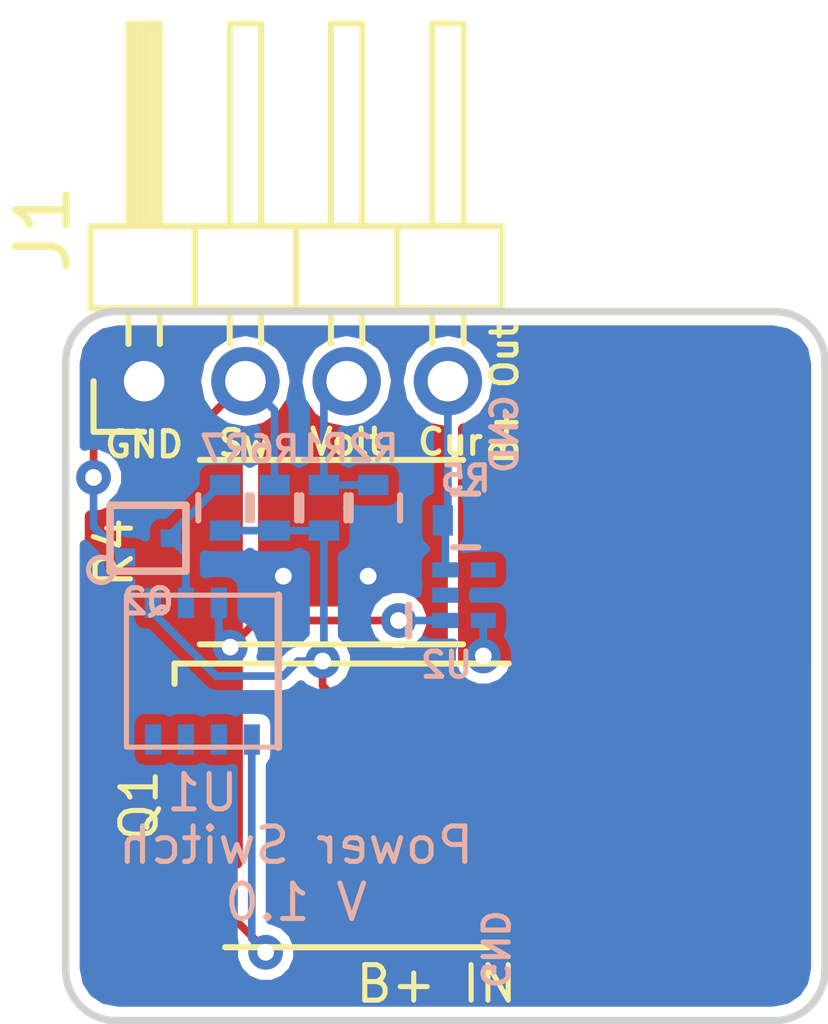
<source format=kicad_pcb>
(kicad_pcb (version 4) (host pcbnew 4.0.6)

  (general
    (links 34)
    (no_connects 0)
    (area 142.424999 92.924999 157.575001 107.075001)
    (thickness 1.6002)
    (drawings 17)
    (tracks 77)
    (zones 0)
    (modules 13)
    (nets 10)
  )

  (page USLetter)
  (title_block
    (title "Power Switch")
    (date 2017-04-29)
    (rev 1.0)
  )

  (layers
    (0 F.Cu signal)
    (31 B.Cu signal)
    (34 B.Paste user)
    (35 F.Paste user)
    (36 B.SilkS user)
    (37 F.SilkS user)
    (38 B.Mask user)
    (39 F.Mask user)
    (40 Dwgs.User user)
    (41 Cmts.User user)
    (42 Eco1.User user)
    (43 Eco2.User user)
    (44 Edge.Cuts user)
    (45 Margin user)
    (46 B.CrtYd user)
    (47 F.CrtYd user)
  )

  (setup
    (last_trace_width 0.1524)
    (user_trace_width 0.3048)
    (user_trace_width 0.71)
    (trace_clearance 0.1524)
    (zone_clearance 0.2)
    (zone_45_only no)
    (trace_min 0.1524)
    (segment_width 0.2)
    (edge_width 0.15)
    (via_size 0.6858)
    (via_drill 0.3302)
    (via_min_size 0.6858)
    (via_min_drill 0.3302)
    (user_via 1.27 0.508)
    (uvia_size 0.762)
    (uvia_drill 0.508)
    (uvias_allowed no)
    (uvia_min_size 0)
    (uvia_min_drill 0)
    (pcb_text_width 0.3)
    (pcb_text_size 1.5 1.5)
    (mod_edge_width 0.15)
    (mod_text_size 1 1)
    (mod_text_width 0.15)
    (pad_size 1.524 1.524)
    (pad_drill 0.762)
    (pad_to_mask_clearance 0.2)
    (aux_axis_origin 0 0)
    (visible_elements 7FFEEFF9)
    (pcbplotparams
      (layerselection 0x00030_80000001)
      (usegerberextensions false)
      (excludeedgelayer true)
      (linewidth 0.100000)
      (plotframeref false)
      (viasonmask false)
      (mode 1)
      (useauxorigin false)
      (hpglpennumber 1)
      (hpglpenspeed 20)
      (hpglpendiameter 15)
      (hpglpenoverlay 2)
      (psnegative false)
      (psa4output false)
      (plotreference true)
      (plotvalue true)
      (plotinvisibletext false)
      (padsonsilk false)
      (subtractmaskfromsilk false)
      (outputformat 1)
      (mirror false)
      (drillshape 1)
      (scaleselection 1)
      (outputdirectory ""))
  )

  (net 0 "")
  (net 1 GND)
  (net 2 SWITCH)
  (net 3 VSENSE)
  (net 4 CSENSE)
  (net 5 "Net-(Q1-Pad1)")
  (net 6 "Net-(Q1-Pad4)")
  (net 7 +BATT)
  (net 8 "Net-(R4-Pad2)")
  (net 9 "Net-(Q2-Pad3)")

  (net_class Default "This is the default net class."
    (clearance 0.1524)
    (trace_width 0.1524)
    (via_dia 0.6858)
    (via_drill 0.3302)
    (uvia_dia 0.762)
    (uvia_drill 0.508)
    (add_net +BATT)
    (add_net CSENSE)
    (add_net GND)
    (add_net "Net-(Q1-Pad1)")
    (add_net "Net-(Q1-Pad4)")
    (add_net "Net-(Q2-Pad3)")
    (add_net "Net-(R4-Pad2)")
    (add_net SWITCH)
    (add_net VSENSE)
  )

  (module Pin_Headers:Pin_Header_Angled_1x04_Pitch2.00mm (layer F.Cu) (tedit 58CD4EC9) (tstamp 590617B2)
    (at 144.05 94.375 90)
    (descr "Through hole angled pin header, 1x04, 2.00mm pitch, 4mm pin length, single row")
    (tags "Through hole angled pin header THT 1x04 2.00mm single row")
    (path /590564D6)
    (fp_text reference J1 (at 3 -2 90) (layer F.SilkS)
      (effects (font (size 1 1) (thickness 0.15)))
    )
    (fp_text value CONN_01X04_MALE (at 3 8 90) (layer F.Fab)
      (effects (font (size 1 1) (thickness 0.15)))
    )
    (fp_line (start 1.5 -1) (end 1.5 1) (layer F.Fab) (width 0.1))
    (fp_line (start 1.5 1) (end 3 1) (layer F.Fab) (width 0.1))
    (fp_line (start 3 1) (end 3 -1) (layer F.Fab) (width 0.1))
    (fp_line (start 3 -1) (end 1.5 -1) (layer F.Fab) (width 0.1))
    (fp_line (start 0 -0.25) (end 0 0.25) (layer F.Fab) (width 0.1))
    (fp_line (start 0 0.25) (end 7 0.25) (layer F.Fab) (width 0.1))
    (fp_line (start 7 0.25) (end 7 -0.25) (layer F.Fab) (width 0.1))
    (fp_line (start 7 -0.25) (end 0 -0.25) (layer F.Fab) (width 0.1))
    (fp_line (start 1.5 1) (end 1.5 3) (layer F.Fab) (width 0.1))
    (fp_line (start 1.5 3) (end 3 3) (layer F.Fab) (width 0.1))
    (fp_line (start 3 3) (end 3 1) (layer F.Fab) (width 0.1))
    (fp_line (start 3 1) (end 1.5 1) (layer F.Fab) (width 0.1))
    (fp_line (start 0 1.75) (end 0 2.25) (layer F.Fab) (width 0.1))
    (fp_line (start 0 2.25) (end 7 2.25) (layer F.Fab) (width 0.1))
    (fp_line (start 7 2.25) (end 7 1.75) (layer F.Fab) (width 0.1))
    (fp_line (start 7 1.75) (end 0 1.75) (layer F.Fab) (width 0.1))
    (fp_line (start 1.5 3) (end 1.5 5) (layer F.Fab) (width 0.1))
    (fp_line (start 1.5 5) (end 3 5) (layer F.Fab) (width 0.1))
    (fp_line (start 3 5) (end 3 3) (layer F.Fab) (width 0.1))
    (fp_line (start 3 3) (end 1.5 3) (layer F.Fab) (width 0.1))
    (fp_line (start 0 3.75) (end 0 4.25) (layer F.Fab) (width 0.1))
    (fp_line (start 0 4.25) (end 7 4.25) (layer F.Fab) (width 0.1))
    (fp_line (start 7 4.25) (end 7 3.75) (layer F.Fab) (width 0.1))
    (fp_line (start 7 3.75) (end 0 3.75) (layer F.Fab) (width 0.1))
    (fp_line (start 1.5 5) (end 1.5 7) (layer F.Fab) (width 0.1))
    (fp_line (start 1.5 7) (end 3 7) (layer F.Fab) (width 0.1))
    (fp_line (start 3 7) (end 3 5) (layer F.Fab) (width 0.1))
    (fp_line (start 3 5) (end 1.5 5) (layer F.Fab) (width 0.1))
    (fp_line (start 0 5.75) (end 0 6.25) (layer F.Fab) (width 0.1))
    (fp_line (start 0 6.25) (end 7 6.25) (layer F.Fab) (width 0.1))
    (fp_line (start 7 6.25) (end 7 5.75) (layer F.Fab) (width 0.1))
    (fp_line (start 7 5.75) (end 0 5.75) (layer F.Fab) (width 0.1))
    (fp_line (start 1.44 -1.06) (end 1.44 1) (layer F.SilkS) (width 0.12))
    (fp_line (start 1.44 1) (end 3.06 1) (layer F.SilkS) (width 0.12))
    (fp_line (start 3.06 1) (end 3.06 -1.06) (layer F.SilkS) (width 0.12))
    (fp_line (start 3.06 -1.06) (end 1.44 -1.06) (layer F.SilkS) (width 0.12))
    (fp_line (start 3.06 -0.31) (end 3.06 0.31) (layer F.SilkS) (width 0.12))
    (fp_line (start 3.06 0.31) (end 7.06 0.31) (layer F.SilkS) (width 0.12))
    (fp_line (start 7.06 0.31) (end 7.06 -0.31) (layer F.SilkS) (width 0.12))
    (fp_line (start 7.06 -0.31) (end 3.06 -0.31) (layer F.SilkS) (width 0.12))
    (fp_line (start 0.735 -0.31) (end 1.44 -0.31) (layer F.SilkS) (width 0.12))
    (fp_line (start 0.735 0.31) (end 1.44 0.31) (layer F.SilkS) (width 0.12))
    (fp_line (start 3.06 -0.19) (end 7.06 -0.19) (layer F.SilkS) (width 0.12))
    (fp_line (start 3.06 -0.07) (end 7.06 -0.07) (layer F.SilkS) (width 0.12))
    (fp_line (start 3.06 0.05) (end 7.06 0.05) (layer F.SilkS) (width 0.12))
    (fp_line (start 3.06 0.17) (end 7.06 0.17) (layer F.SilkS) (width 0.12))
    (fp_line (start 3.06 0.29) (end 7.06 0.29) (layer F.SilkS) (width 0.12))
    (fp_line (start 1.44 1) (end 1.44 3) (layer F.SilkS) (width 0.12))
    (fp_line (start 1.44 3) (end 3.06 3) (layer F.SilkS) (width 0.12))
    (fp_line (start 3.06 3) (end 3.06 1) (layer F.SilkS) (width 0.12))
    (fp_line (start 3.06 1) (end 1.44 1) (layer F.SilkS) (width 0.12))
    (fp_line (start 3.06 1.69) (end 3.06 2.31) (layer F.SilkS) (width 0.12))
    (fp_line (start 3.06 2.31) (end 7.06 2.31) (layer F.SilkS) (width 0.12))
    (fp_line (start 7.06 2.31) (end 7.06 1.69) (layer F.SilkS) (width 0.12))
    (fp_line (start 7.06 1.69) (end 3.06 1.69) (layer F.SilkS) (width 0.12))
    (fp_line (start 0.735 1.69) (end 1.44 1.69) (layer F.SilkS) (width 0.12))
    (fp_line (start 0.735 2.31) (end 1.44 2.31) (layer F.SilkS) (width 0.12))
    (fp_line (start 1.44 3) (end 1.44 5) (layer F.SilkS) (width 0.12))
    (fp_line (start 1.44 5) (end 3.06 5) (layer F.SilkS) (width 0.12))
    (fp_line (start 3.06 5) (end 3.06 3) (layer F.SilkS) (width 0.12))
    (fp_line (start 3.06 3) (end 1.44 3) (layer F.SilkS) (width 0.12))
    (fp_line (start 3.06 3.69) (end 3.06 4.31) (layer F.SilkS) (width 0.12))
    (fp_line (start 3.06 4.31) (end 7.06 4.31) (layer F.SilkS) (width 0.12))
    (fp_line (start 7.06 4.31) (end 7.06 3.69) (layer F.SilkS) (width 0.12))
    (fp_line (start 7.06 3.69) (end 3.06 3.69) (layer F.SilkS) (width 0.12))
    (fp_line (start 0.735 3.69) (end 1.44 3.69) (layer F.SilkS) (width 0.12))
    (fp_line (start 0.735 4.31) (end 1.44 4.31) (layer F.SilkS) (width 0.12))
    (fp_line (start 1.44 5) (end 1.44 7.06) (layer F.SilkS) (width 0.12))
    (fp_line (start 1.44 7.06) (end 3.06 7.06) (layer F.SilkS) (width 0.12))
    (fp_line (start 3.06 7.06) (end 3.06 5) (layer F.SilkS) (width 0.12))
    (fp_line (start 3.06 5) (end 1.44 5) (layer F.SilkS) (width 0.12))
    (fp_line (start 3.06 5.69) (end 3.06 6.31) (layer F.SilkS) (width 0.12))
    (fp_line (start 3.06 6.31) (end 7.06 6.31) (layer F.SilkS) (width 0.12))
    (fp_line (start 7.06 6.31) (end 7.06 5.69) (layer F.SilkS) (width 0.12))
    (fp_line (start 7.06 5.69) (end 3.06 5.69) (layer F.SilkS) (width 0.12))
    (fp_line (start 0.735 5.69) (end 1.44 5.69) (layer F.SilkS) (width 0.12))
    (fp_line (start 0.735 6.31) (end 1.44 6.31) (layer F.SilkS) (width 0.12))
    (fp_line (start -1 0) (end -1 -1) (layer F.SilkS) (width 0.12))
    (fp_line (start -1 -1) (end 0 -1) (layer F.SilkS) (width 0.12))
    (fp_line (start -1.5 -1.5) (end -1.5 7.5) (layer F.CrtYd) (width 0.05))
    (fp_line (start -1.5 7.5) (end 7.5 7.5) (layer F.CrtYd) (width 0.05))
    (fp_line (start 7.5 7.5) (end 7.5 -1.5) (layer F.CrtYd) (width 0.05))
    (fp_line (start 7.5 -1.5) (end -1.5 -1.5) (layer F.CrtYd) (width 0.05))
    (fp_text user %R (at 3 -2 90) (layer F.Fab)
      (effects (font (size 1 1) (thickness 0.15)))
    )
    (pad 1 thru_hole rect (at 0 0 90) (size 1.35 1.35) (drill 0.8) (layers *.Cu *.Mask)
      (net 1 GND))
    (pad 2 thru_hole oval (at 0 2 90) (size 1.35 1.35) (drill 0.8) (layers *.Cu *.Mask)
      (net 2 SWITCH))
    (pad 3 thru_hole oval (at 0 4 90) (size 1.35 1.35) (drill 0.8) (layers *.Cu *.Mask)
      (net 3 VSENSE))
    (pad 4 thru_hole oval (at 0 6 90) (size 1.35 1.35) (drill 0.8) (layers *.Cu *.Mask)
      (net 4 CSENSE))
    (model ${KISYS3DMOD}/Pin_Headers.3dshapes/Pin_Header_Angled_1x04_Pitch2.00mm.wrl
      (at (xyz 0 -0.11811 0))
      (scale (xyz 1 1 1))
      (rotate (xyz 0 0 90))
    )
  )

  (module local:MIC5060 (layer B.Cu) (tedit 590621EB) (tstamp 59056024)
    (at 145.2 100.1)
    (path /59055252)
    (fp_text reference U1 (at 0 2.4 180) (layer B.SilkS)
      (effects (font (size 0.7 0.7) (thickness 0.1)) (justify mirror))
    )
    (fp_text value MIC5060 (at 2.5 0 270) (layer B.Fab)
      (effects (font (size 0.7 0.7) (thickness 0.1)) (justify mirror))
    )
    (fp_circle (center -2 -2) (end -1.75 -2) (layer B.SilkS) (width 0.1))
    (fp_line (start -1.75 -1.75) (end -1.75 1.75) (layer B.CrtYd) (width 0.1))
    (fp_line (start 1.75 -1.75) (end -1.75 -1.75) (layer B.CrtYd) (width 0.1))
    (fp_line (start 1.75 1.75) (end 1.75 -1.75) (layer B.CrtYd) (width 0.1))
    (fp_line (start -1.75 1.75) (end 1.75 1.75) (layer B.CrtYd) (width 0.1))
    (fp_line (start -1.5 1.5) (end -1.5 -1.5) (layer B.SilkS) (width 0.1))
    (fp_line (start -1.5 -1.5) (end 1.5 -1.5) (layer B.SilkS) (width 0.1))
    (fp_line (start 1.5 -1.5) (end 1.5 1.5) (layer B.SilkS) (width 0.15))
    (fp_line (start 1.5 1.5) (end -1.5 1.5) (layer B.SilkS) (width 0.1))
    (pad 8 smd rect (at -0.975 1.35) (size 0.32 0.6) (layers B.Cu B.Paste B.Mask))
    (pad 1 smd rect (at -0.975 -1.35) (size 0.32 0.6) (layers B.Cu B.Paste B.Mask)
      (net 7 +BATT))
    (pad 7 smd rect (at -0.325 1.35) (size 0.32 0.6) (layers B.Cu B.Paste B.Mask))
    (pad 2 smd rect (at -0.325 -1.35) (size 0.32 0.6) (layers B.Cu B.Paste B.Mask)
      (net 9 "Net-(Q2-Pad3)"))
    (pad 6 smd rect (at 0.325 1.35) (size 0.32 0.6) (layers B.Cu B.Paste B.Mask))
    (pad 3 smd rect (at 0.325 -1.35) (size 0.32 0.6) (layers B.Cu B.Paste B.Mask)
      (net 5 "Net-(Q1-Pad1)"))
    (pad 5 smd rect (at 0.975 1.35) (size 0.32 0.6) (layers B.Cu B.Paste B.Mask)
      (net 6 "Net-(Q1-Pad4)"))
    (pad 4 smd rect (at 0.975 -1.35) (size 0.32 0.6) (layers B.Cu B.Paste B.Mask)
      (net 1 GND))
  )

  (module Resistors_SMD:R_2512 (layer F.Cu) (tedit 59069866) (tstamp 59055FFF)
    (at 147.75 97.75)
    (descr "Resistor SMD 2512, reflow soldering, Vishay (see dcrcw.pdf)")
    (tags "resistor 2512")
    (path /59055480)
    (attr smd)
    (fp_text reference R4 (at -4.29 0.01 90) (layer F.SilkS)
      (effects (font (size 0.7 0.7) (thickness 0.1)))
    )
    (fp_text value 1m (at 0 2.75) (layer F.Fab)
      (effects (font (size 1 1) (thickness 0.15)))
    )
    (fp_text user %R (at 0 0) (layer F.Fab)
      (effects (font (size 1 1) (thickness 0.15)))
    )
    (fp_line (start -3.15 1.6) (end -3.15 -1.6) (layer F.Fab) (width 0.1))
    (fp_line (start 3.15 1.6) (end -3.15 1.6) (layer F.Fab) (width 0.1))
    (fp_line (start 3.15 -1.6) (end 3.15 1.6) (layer F.Fab) (width 0.1))
    (fp_line (start -3.15 -1.6) (end 3.15 -1.6) (layer F.Fab) (width 0.1))
    (fp_line (start 2.6 1.82) (end -2.6 1.82) (layer F.SilkS) (width 0.12))
    (fp_line (start -2.6 -1.82) (end 2.6 -1.82) (layer F.SilkS) (width 0.12))
    (fp_line (start -3.85 -1.85) (end 3.85 -1.85) (layer F.CrtYd) (width 0.05))
    (fp_line (start -3.85 -1.85) (end -3.85 1.85) (layer F.CrtYd) (width 0.05))
    (fp_line (start 3.85 1.85) (end 3.85 -1.85) (layer F.CrtYd) (width 0.05))
    (fp_line (start 3.85 1.85) (end -3.85 1.85) (layer F.CrtYd) (width 0.05))
    (pad 1 smd rect (at -3.1 0) (size 1 3.2) (layers F.Cu F.Paste F.Mask)
      (net 5 "Net-(Q1-Pad1)"))
    (pad 2 smd rect (at 3.1 0) (size 1 3.2) (layers F.Cu F.Paste F.Mask)
      (net 8 "Net-(R4-Pad2)"))
    (model ${KISYS3DMOD}/Resistors_SMD.3dshapes/R_2512.wrl
      (at (xyz 0 0 0))
      (scale (xyz 1 1 1))
      (rotate (xyz 0 0 0))
    )
  )

  (module TO_SOT_Packages_SMD:TDSON-8-1 (layer F.Cu) (tedit 5906201E) (tstamp 59055FE7)
    (at 148.25 102.75)
    (descr "Power MOSFET package, TDSON-8-1, SuperS08, SON-8_5x6mm")
    (tags "tdson ")
    (path /5905491A)
    (attr smd)
    (fp_text reference Q1 (at -4.3 0 90) (layer F.SilkS)
      (effects (font (size 0.7 0.7) (thickness 0.1)))
    )
    (fp_text value CSD16570Q5B (at 0 -4) (layer F.Fab)
      (effects (font (size 1 1) (thickness 0.15)))
    )
    (fp_text user %R (at 0 -1) (layer F.Fab)
      (effects (font (size 1 1) (thickness 0.15)))
    )
    (fp_line (start -3.6 -2.8) (end -3.6 -2.4) (layer F.SilkS) (width 0.12))
    (fp_line (start -2 -2.6) (end 3 -2.6) (layer F.Fab) (width 0.1))
    (fp_line (start -3 2.6) (end -3 -1.6) (layer F.Fab) (width 0.1))
    (fp_line (start 3 2.6) (end -3 2.6) (layer F.Fab) (width 0.1))
    (fp_line (start 3 -2.6) (end 3 2.6) (layer F.Fab) (width 0.1))
    (fp_line (start -3.75 3) (end 3.75 3) (layer F.CrtYd) (width 0.05))
    (fp_line (start -3.75 -3) (end -3.75 3) (layer F.CrtYd) (width 0.05))
    (fp_line (start 3.75 -3) (end -3.75 -3) (layer F.CrtYd) (width 0.05))
    (fp_line (start 3.75 3) (end 3.75 -3) (layer F.CrtYd) (width 0.05))
    (fp_line (start 3 -2.8) (end -3.6 -2.8) (layer F.SilkS) (width 0.12))
    (fp_line (start 2.6 2.8) (end -2.6 2.8) (layer F.SilkS) (width 0.12))
    (fp_line (start -2 -2.6) (end -3 -1.6) (layer F.Fab) (width 0.1))
    (pad 1 smd rect (at -2.75 -1.91 270) (size 0.7 0.8) (layers F.Cu F.Paste F.Mask)
      (net 5 "Net-(Q1-Pad1)"))
    (pad 2 smd rect (at -2.75 -0.64 270) (size 0.7 0.8) (layers F.Cu F.Paste F.Mask)
      (net 5 "Net-(Q1-Pad1)"))
    (pad 3 smd rect (at -2.75 0.64 270) (size 0.7 0.8) (layers F.Cu F.Paste F.Mask)
      (net 5 "Net-(Q1-Pad1)"))
    (pad 4 smd rect (at -2.75 1.91 270) (size 0.7 0.8) (layers F.Cu F.Paste F.Mask)
      (net 6 "Net-(Q1-Pad4)"))
    (pad 5 smd rect (at 2.75 1.91 270) (size 0.7 0.8) (layers F.Cu F.Paste F.Mask)
      (net 7 +BATT))
    (pad 5 smd rect (at 2.75 0.64 270) (size 0.7 0.8) (layers F.Cu F.Paste F.Mask)
      (net 7 +BATT))
    (pad 5 smd rect (at 2.75 -0.64 270) (size 0.7 0.8) (layers F.Cu F.Paste F.Mask)
      (net 7 +BATT))
    (pad 5 smd rect (at 2.75 -1.91 270) (size 0.7 0.8) (layers F.Cu F.Paste F.Mask)
      (net 7 +BATT))
    (pad 5 smd rect (at 0.5 0 270) (size 4.5 4.29) (layers F.Cu F.Paste F.Mask)
      (net 7 +BATT))
    (pad 5 smd rect (at 1.25 -1.09 270) (size 1.55 1.6) (layers F.Cu F.Paste F.Mask)
      (net 7 +BATT))
    (pad 5 smd rect (at 1.25 1.09 270) (size 1.55 1.6) (layers F.Cu F.Paste F.Mask)
      (net 7 +BATT))
    (pad 5 smd rect (at -0.75 -1.09 270) (size 1.55 1.2) (layers F.Cu F.Paste F.Mask)
      (net 7 +BATT))
    (pad 5 smd rect (at -0.75 1.09 270) (size 1.55 1.2) (layers F.Cu F.Paste F.Mask)
      (net 7 +BATT))
    (model ${KISYS3DMOD}/TO_SOT_Packages_SMD.3dshapes/TDSON-8-1.wrl
      (at (xyz 0 0 0))
      (scale (xyz 1 1 1))
      (rotate (xyz 0 0 0))
    )
  )

  (module Resistors_SMD:R_0402 (layer B.Cu) (tedit 59062247) (tstamp 59055FED)
    (at 147.6 96.875 270)
    (descr "Resistor SMD 0402, reflow soldering, Vishay (see dcrcw.pdf)")
    (tags "resistor 0402")
    (path /590557EE)
    (attr smd)
    (fp_text reference R1 (at -1.175 0.01 360) (layer B.SilkS)
      (effects (font (size 0.5 0.5) (thickness 0.1)) (justify mirror))
    )
    (fp_text value 13k (at 0 -1.45 270) (layer B.Fab)
      (effects (font (size 1 1) (thickness 0.15)) (justify mirror))
    )
    (fp_text user %R (at 0 1.35 270) (layer B.Fab)
      (effects (font (size 1 1) (thickness 0.15)) (justify mirror))
    )
    (fp_line (start -0.5 -0.25) (end -0.5 0.25) (layer B.Fab) (width 0.1))
    (fp_line (start 0.5 -0.25) (end -0.5 -0.25) (layer B.Fab) (width 0.1))
    (fp_line (start 0.5 0.25) (end 0.5 -0.25) (layer B.Fab) (width 0.1))
    (fp_line (start -0.5 0.25) (end 0.5 0.25) (layer B.Fab) (width 0.1))
    (fp_line (start 0.25 0.53) (end -0.25 0.53) (layer B.SilkS) (width 0.12))
    (fp_line (start -0.25 -0.53) (end 0.25 -0.53) (layer B.SilkS) (width 0.12))
    (fp_line (start -0.8 0.45) (end 0.8 0.45) (layer B.CrtYd) (width 0.05))
    (fp_line (start -0.8 0.45) (end -0.8 -0.45) (layer B.CrtYd) (width 0.05))
    (fp_line (start 0.8 -0.45) (end 0.8 0.45) (layer B.CrtYd) (width 0.05))
    (fp_line (start 0.8 -0.45) (end -0.8 -0.45) (layer B.CrtYd) (width 0.05))
    (pad 1 smd rect (at -0.45 0 270) (size 0.4 0.6) (layers B.Cu B.Paste B.Mask)
      (net 3 VSENSE))
    (pad 2 smd rect (at 0.45 0 270) (size 0.4 0.6) (layers B.Cu B.Paste B.Mask)
      (net 7 +BATT))
    (model ${KISYS3DMOD}/Resistors_SMD.3dshapes/R_0402.wrl
      (at (xyz 0 0 0))
      (scale (xyz 1 1 1))
      (rotate (xyz 0 0 0))
    )
  )

  (module Resistors_SMD:R_0402 (layer B.Cu) (tedit 59062212) (tstamp 59055FF3)
    (at 148.575 96.875 90)
    (descr "Resistor SMD 0402, reflow soldering, Vishay (see dcrcw.pdf)")
    (tags "resistor 0402")
    (path /590558D0)
    (attr smd)
    (fp_text reference R2 (at 1.175 0 180) (layer B.SilkS)
      (effects (font (size 0.5 0.5) (thickness 0.1)) (justify mirror))
    )
    (fp_text value 2k (at 0 -1.45 90) (layer B.Fab)
      (effects (font (size 1 1) (thickness 0.15)) (justify mirror))
    )
    (fp_text user %R (at 0 1.35 90) (layer B.Fab)
      (effects (font (size 1 1) (thickness 0.15)) (justify mirror))
    )
    (fp_line (start -0.5 -0.25) (end -0.5 0.25) (layer B.Fab) (width 0.1))
    (fp_line (start 0.5 -0.25) (end -0.5 -0.25) (layer B.Fab) (width 0.1))
    (fp_line (start 0.5 0.25) (end 0.5 -0.25) (layer B.Fab) (width 0.1))
    (fp_line (start -0.5 0.25) (end 0.5 0.25) (layer B.Fab) (width 0.1))
    (fp_line (start 0.25 0.53) (end -0.25 0.53) (layer B.SilkS) (width 0.12))
    (fp_line (start -0.25 -0.53) (end 0.25 -0.53) (layer B.SilkS) (width 0.12))
    (fp_line (start -0.8 0.45) (end 0.8 0.45) (layer B.CrtYd) (width 0.05))
    (fp_line (start -0.8 0.45) (end -0.8 -0.45) (layer B.CrtYd) (width 0.05))
    (fp_line (start 0.8 -0.45) (end 0.8 0.45) (layer B.CrtYd) (width 0.05))
    (fp_line (start 0.8 -0.45) (end -0.8 -0.45) (layer B.CrtYd) (width 0.05))
    (pad 1 smd rect (at -0.45 0 90) (size 0.4 0.6) (layers B.Cu B.Paste B.Mask)
      (net 1 GND))
    (pad 2 smd rect (at 0.45 0 90) (size 0.4 0.6) (layers B.Cu B.Paste B.Mask)
      (net 3 VSENSE))
    (model ${KISYS3DMOD}/Resistors_SMD.3dshapes/R_0402.wrl
      (at (xyz 0 0 0))
      (scale (xyz 1 1 1))
      (rotate (xyz 0 0 0))
    )
  )

  (module Resistors_SMD:R_0402 (layer B.Cu) (tedit 59062229) (tstamp 59056005)
    (at 150.4 97.125)
    (descr "Resistor SMD 0402, reflow soldering, Vishay (see dcrcw.pdf)")
    (tags "resistor 0402")
    (path /59055682)
    (attr smd)
    (fp_text reference R5 (at 0 -0.825) (layer B.SilkS)
      (effects (font (size 0.5 0.5) (thickness 0.1)) (justify mirror))
    )
    (fp_text value 100R (at 0 -1.45) (layer B.Fab)
      (effects (font (size 1 1) (thickness 0.15)) (justify mirror))
    )
    (fp_text user %R (at 0 1.35) (layer B.Fab)
      (effects (font (size 1 1) (thickness 0.15)) (justify mirror))
    )
    (fp_line (start -0.5 -0.25) (end -0.5 0.25) (layer B.Fab) (width 0.1))
    (fp_line (start 0.5 -0.25) (end -0.5 -0.25) (layer B.Fab) (width 0.1))
    (fp_line (start 0.5 0.25) (end 0.5 -0.25) (layer B.Fab) (width 0.1))
    (fp_line (start -0.5 0.25) (end 0.5 0.25) (layer B.Fab) (width 0.1))
    (fp_line (start 0.25 0.53) (end -0.25 0.53) (layer B.SilkS) (width 0.12))
    (fp_line (start -0.25 -0.53) (end 0.25 -0.53) (layer B.SilkS) (width 0.12))
    (fp_line (start -0.8 0.45) (end 0.8 0.45) (layer B.CrtYd) (width 0.05))
    (fp_line (start -0.8 0.45) (end -0.8 -0.45) (layer B.CrtYd) (width 0.05))
    (fp_line (start 0.8 -0.45) (end 0.8 0.45) (layer B.CrtYd) (width 0.05))
    (fp_line (start 0.8 -0.45) (end -0.8 -0.45) (layer B.CrtYd) (width 0.05))
    (pad 1 smd rect (at -0.45 0) (size 0.4 0.6) (layers B.Cu B.Paste B.Mask)
      (net 4 CSENSE))
    (pad 2 smd rect (at 0.45 0) (size 0.4 0.6) (layers B.Cu B.Paste B.Mask)
      (net 1 GND))
    (model ${KISYS3DMOD}/Resistors_SMD.3dshapes/R_0402.wrl
      (at (xyz 0 0 0))
      (scale (xyz 1 1 1))
      (rotate (xyz 0 0 0))
    )
  )

  (module local:FAIRCHILD-MLP-6 (layer B.Cu) (tedit 59062298) (tstamp 59056037)
    (at 150.375 98.6 90)
    (path /59054B6C)
    (attr smd)
    (fp_text reference U2 (at -1.375 -0.35 180) (layer B.SilkS)
      (effects (font (size 0.5 0.5) (thickness 0.1)) (justify mirror))
    )
    (fp_text value FAN4010 (at 0 -1.75 90) (layer B.Fab)
      (effects (font (size 0.8 0.8) (thickness 0.15)) (justify mirror))
    )
    (fp_line (start -0.8 -1.1) (end -0.2 -1.1) (layer B.SilkS) (width 0.15))
    (fp_line (start -0.9 0.87) (end 0.9 0.87) (layer B.Fab) (width 0.15))
    (fp_line (start 0.9 0.87) (end 0.9 -0.87) (layer B.Fab) (width 0.15))
    (fp_line (start 0.9 -0.87) (end -0.9 -0.87) (layer B.Fab) (width 0.15))
    (fp_line (start -0.9 -0.87) (end -0.9 0.87) (layer B.Fab) (width 0.15))
    (fp_line (start -0.9 0.87) (end 0.9 0.87) (layer B.CrtYd) (width 0.15))
    (fp_line (start 0.9 0.87) (end 0.9 -0.87) (layer B.CrtYd) (width 0.15))
    (fp_line (start 0.9 -0.87) (end -0.9 -0.87) (layer B.CrtYd) (width 0.15))
    (fp_line (start -0.9 -0.87) (end -0.9 0.87) (layer B.CrtYd) (width 0.15))
    (pad 1 smd rect (at -0.5 -0.375 90) (size 0.3 0.52) (layers B.Cu B.Paste B.Mask)
      (net 5 "Net-(Q1-Pad1)"))
    (pad 2 smd rect (at 0 -0.375 90) (size 0.3 0.52) (layers B.Cu B.Paste B.Mask))
    (pad 3 smd rect (at 0.5 -0.375 90) (size 0.3 0.52) (layers B.Cu B.Paste B.Mask)
      (net 4 CSENSE))
    (pad 4 smd rect (at 0.5 0.375 90) (size 0.3 0.49) (layers B.Cu B.Paste B.Mask))
    (pad 5 smd rect (at 0 0.375 90) (size 0.3 0.49) (layers B.Cu B.Paste B.Mask)
      (net 1 GND))
    (pad 6 smd rect (at -0.5 0.375 90) (size 0.3 0.49) (layers B.Cu B.Paste B.Mask)
      (net 8 "Net-(R4-Pad2)"))
  )

  (module local:SMD_Battery_Pad (layer F.Cu) (tedit 59062062) (tstamp 59056924)
    (at 154.25 103.5)
    (descr "Mesurement Point, Square, SMD Pad,  3mm x 3mm,")
    (tags "Mesurement Point Square SMD Pad 3x3mm")
    (path /59055F65)
    (attr virtual)
    (fp_text reference TP1 (at -3.925 2.75) (layer F.SilkS) hide
      (effects (font (size 0.7 0.7) (thickness 0.1)))
    )
    (fp_text value TEST (at 0 4) (layer F.Fab)
      (effects (font (size 1 1) (thickness 0.15)))
    )
    (fp_line (start -2.75 -3.25) (end 2.75 -3.25) (layer F.CrtYd) (width 0.05))
    (fp_line (start 2.75 -3.25) (end 2.75 3.25) (layer F.CrtYd) (width 0.05))
    (fp_line (start 2.75 3.25) (end -2.75 3.25) (layer F.CrtYd) (width 0.05))
    (fp_line (start -2.75 3.25) (end -2.75 -3.25) (layer F.CrtYd) (width 0.05))
    (pad 1 smd rect (at 0 0) (size 5 6) (layers F.Cu F.Mask)
      (net 7 +BATT))
  )

  (module local:SMD_Battery_Pad (layer F.Cu) (tedit 5906987E) (tstamp 59056928)
    (at 154.25 96.5)
    (descr "Mesurement Point, Square, SMD Pad,  3mm x 3mm,")
    (tags "Mesurement Point Square SMD Pad 3x3mm")
    (path /59055FFF)
    (attr virtual)
    (fp_text reference TP2 (at 0 -4) (layer F.SilkS) hide
      (effects (font (size 1 1) (thickness 0.15)))
    )
    (fp_text value TEST (at 0 4) (layer F.Fab)
      (effects (font (size 1 1) (thickness 0.15)))
    )
    (fp_line (start -2.75 -3.25) (end 2.75 -3.25) (layer F.CrtYd) (width 0.05))
    (fp_line (start 2.75 -3.25) (end 2.75 3.25) (layer F.CrtYd) (width 0.05))
    (fp_line (start 2.75 3.25) (end -2.75 3.25) (layer F.CrtYd) (width 0.05))
    (fp_line (start -2.75 3.25) (end -2.75 -3.25) (layer F.CrtYd) (width 0.05))
    (pad 1 smd rect (at 0 0) (size 5 6) (layers F.Cu F.Mask)
      (net 8 "Net-(R4-Pad2)"))
  )

  (module Resistors_SMD:R_0402 (layer B.Cu) (tedit 59069806) (tstamp 590679F8)
    (at 146.625 96.875 90)
    (descr "Resistor SMD 0402, reflow soldering, Vishay (see dcrcw.pdf)")
    (tags "resistor 0402")
    (path /590674DB)
    (attr smd)
    (fp_text reference R6 (at 1.155 -0.005 180) (layer B.SilkS)
      (effects (font (size 0.5 0.5) (thickness 0.1)) (justify mirror))
    )
    (fp_text value 10k (at 0 -1.45 90) (layer B.Fab)
      (effects (font (size 1 1) (thickness 0.15)) (justify mirror))
    )
    (fp_text user %R (at 0 1.35 90) (layer B.Fab)
      (effects (font (size 1 1) (thickness 0.15)) (justify mirror))
    )
    (fp_line (start -0.5 -0.25) (end -0.5 0.25) (layer B.Fab) (width 0.1))
    (fp_line (start 0.5 -0.25) (end -0.5 -0.25) (layer B.Fab) (width 0.1))
    (fp_line (start 0.5 0.25) (end 0.5 -0.25) (layer B.Fab) (width 0.1))
    (fp_line (start -0.5 0.25) (end 0.5 0.25) (layer B.Fab) (width 0.1))
    (fp_line (start 0.25 0.53) (end -0.25 0.53) (layer B.SilkS) (width 0.12))
    (fp_line (start -0.25 -0.53) (end 0.25 -0.53) (layer B.SilkS) (width 0.12))
    (fp_line (start -0.8 0.45) (end 0.8 0.45) (layer B.CrtYd) (width 0.05))
    (fp_line (start -0.8 0.45) (end -0.8 -0.45) (layer B.CrtYd) (width 0.05))
    (fp_line (start 0.8 -0.45) (end 0.8 0.45) (layer B.CrtYd) (width 0.05))
    (fp_line (start 0.8 -0.45) (end -0.8 -0.45) (layer B.CrtYd) (width 0.05))
    (pad 1 smd rect (at -0.45 0 90) (size 0.4 0.6) (layers B.Cu B.Paste B.Mask)
      (net 7 +BATT))
    (pad 2 smd rect (at 0.45 0 90) (size 0.4 0.6) (layers B.Cu B.Paste B.Mask)
      (net 2 SWITCH))
    (model ${KISYS3DMOD}/Resistors_SMD.3dshapes/R_0402.wrl
      (at (xyz 0 0 0))
      (scale (xyz 1 1 1))
      (rotate (xyz 0 0 0))
    )
  )

  (module Resistors_SMD:R_0402 (layer B.Cu) (tedit 59069810) (tstamp 590679FE)
    (at 145.65 96.875 90)
    (descr "Resistor SMD 0402, reflow soldering, Vishay (see dcrcw.pdf)")
    (tags "resistor 0402")
    (path /5906720F)
    (attr smd)
    (fp_text reference R7 (at 1.165 0 180) (layer B.SilkS)
      (effects (font (size 0.5 0.5) (thickness 0.1)) (justify mirror))
    )
    (fp_text value 10k (at 0 -1.45 90) (layer B.Fab)
      (effects (font (size 1 1) (thickness 0.15)) (justify mirror))
    )
    (fp_text user %R (at 0 1.35 90) (layer B.Fab)
      (effects (font (size 1 1) (thickness 0.15)) (justify mirror))
    )
    (fp_line (start -0.5 -0.25) (end -0.5 0.25) (layer B.Fab) (width 0.1))
    (fp_line (start 0.5 -0.25) (end -0.5 -0.25) (layer B.Fab) (width 0.1))
    (fp_line (start 0.5 0.25) (end 0.5 -0.25) (layer B.Fab) (width 0.1))
    (fp_line (start -0.5 0.25) (end 0.5 0.25) (layer B.Fab) (width 0.1))
    (fp_line (start 0.25 0.53) (end -0.25 0.53) (layer B.SilkS) (width 0.12))
    (fp_line (start -0.25 -0.53) (end 0.25 -0.53) (layer B.SilkS) (width 0.12))
    (fp_line (start -0.8 0.45) (end 0.8 0.45) (layer B.CrtYd) (width 0.05))
    (fp_line (start -0.8 0.45) (end -0.8 -0.45) (layer B.CrtYd) (width 0.05))
    (fp_line (start 0.8 -0.45) (end 0.8 0.45) (layer B.CrtYd) (width 0.05))
    (fp_line (start 0.8 -0.45) (end -0.8 -0.45) (layer B.CrtYd) (width 0.05))
    (pad 1 smd rect (at -0.45 0 90) (size 0.4 0.6) (layers B.Cu B.Paste B.Mask)
      (net 7 +BATT))
    (pad 2 smd rect (at 0.45 0 90) (size 0.4 0.6) (layers B.Cu B.Paste B.Mask)
      (net 9 "Net-(Q2-Pad3)"))
    (model ${KISYS3DMOD}/Resistors_SMD.3dshapes/R_0402.wrl
      (at (xyz 0 0 0))
      (scale (xyz 1 1 1))
      (rotate (xyz 0 0 0))
    )
  )

  (module local:SOT1215 (layer B.Cu) (tedit 59068791) (tstamp 59068A75)
    (at 144.125 97.475 90)
    (path /59067FD4)
    (fp_text reference Q2 (at -1.25 0 360) (layer B.SilkS)
      (effects (font (size 0.5 0.5) (thickness 0.1)) (justify mirror))
    )
    (fp_text value Q_NMOS_GSD (at 1.25 0 360) (layer B.Fab)
      (effects (font (size 0.5 0.5) (thickness 0.1)) (justify mirror))
    )
    (fp_line (start -0.65 0.75) (end -0.65 -0.75) (layer B.SilkS) (width 0.15))
    (fp_line (start -0.65 -0.75) (end 0.65 -0.75) (layer B.SilkS) (width 0.15))
    (fp_line (start 0.65 -0.75) (end 0.65 0.75) (layer B.SilkS) (width 0.15))
    (fp_line (start 0.65 0.75) (end -0.65 0.75) (layer B.SilkS) (width 0.15))
    (pad 1 smd rect (at -0.375 -0.45 90) (size 0.35 0.4) (layers B.Cu B.Paste B.Mask)
      (net 2 SWITCH))
    (pad 3 smd rect (at 0 0.45 90) (size 0.35 0.4) (layers B.Cu B.Paste B.Mask)
      (net 9 "Net-(Q2-Pad3)"))
    (pad 2 smd rect (at 0.375 -0.45 90) (size 0.35 0.4) (layers B.Cu B.Paste B.Mask)
      (net 1 GND))
  )

  (gr_text "Power Switch\nV 1.0" (at 147.05 104.1 360) (layer B.SilkS)
    (effects (font (size 0.7 0.7) (thickness 0.1)) (justify mirror))
  )
  (gr_text GND (at 151.17 95.42 90) (layer B.SilkS) (tstamp 590698E9)
    (effects (font (size 0.5 0.5) (thickness 0.1)) (justify mirror))
  )
  (gr_text GND (at 150.97 105.59 270) (layer B.SilkS)
    (effects (font (size 0.5 0.5) (thickness 0.1)) (justify mirror))
  )
  (gr_text "B+ Out" (at 151.17 94.62 90) (layer F.SilkS)
    (effects (font (size 0.5 0.5) (thickness 0.1)))
  )
  (gr_text GND (at 144.05 95.625) (layer F.SilkS) (tstamp 59062185)
    (effects (font (size 0.5 0.5) (thickness 0.1)))
  )
  (gr_text Sw (at 146.025 95.6) (layer F.SilkS) (tstamp 5906216C)
    (effects (font (size 0.5 0.5) (thickness 0.1)))
  )
  (gr_text Volt (at 148.05 95.575) (layer F.SilkS) (tstamp 59062166)
    (effects (font (size 0.5 0.5) (thickness 0.1)))
  )
  (gr_text Cur (at 150.1 95.575) (layer F.SilkS)
    (effects (font (size 0.5 0.5) (thickness 0.1)))
  )
  (gr_text "B+ IN" (at 149.825 106.275) (layer F.SilkS)
    (effects (font (size 0.7 0.7) (thickness 0.1)))
  )
  (gr_arc (start 156.5 106) (end 157.5 106) (angle 90) (layer Edge.Cuts) (width 0.15))
  (gr_arc (start 143.5 106) (end 143.5 107) (angle 90) (layer Edge.Cuts) (width 0.15))
  (gr_line (start 143.5 107) (end 156.5 107) (layer Edge.Cuts) (width 0.15))
  (gr_arc (start 156.5 94) (end 156.5 93) (angle 90) (layer Edge.Cuts) (width 0.15))
  (gr_arc (start 143.5 94) (end 142.5 94) (angle 90) (layer Edge.Cuts) (width 0.15))
  (gr_line (start 143.5 93) (end 156.5 93) (layer Edge.Cuts) (width 0.15))
  (gr_line (start 157.5 94) (end 157.5 106) (layer Edge.Cuts) (width 0.15))
  (gr_line (start 142.5 94) (end 142.5 106) (layer Edge.Cuts) (width 0.15))

  (segment (start 148.475 98.225) (end 148.475 97.425) (width 0.1524) (layer B.Cu) (net 1))
  (segment (start 148.475 97.425) (end 148.575 97.325) (width 0.1524) (layer B.Cu) (net 1))
  (segment (start 146.8 98.225) (end 148.475 98.225) (width 0.1524) (layer F.Cu) (net 1))
  (via (at 148.475 98.225) (size 0.6858) (drill 0.3302) (layers F.Cu B.Cu) (net 1))
  (segment (start 146.175 98.75) (end 146.275 98.75) (width 0.1524) (layer B.Cu) (net 1))
  (segment (start 146.275 98.75) (end 146.8 98.225) (width 0.1524) (layer B.Cu) (net 1))
  (via (at 146.8 98.225) (size 0.6858) (drill 0.3302) (layers F.Cu B.Cu) (net 1))
  (segment (start 143.05 96.275) (end 143.05 95.7) (width 0.1524) (layer F.Cu) (net 2))
  (segment (start 143.05 95.7) (end 143.471399 95.278601) (width 0.1524) (layer F.Cu) (net 2))
  (segment (start 143.471399 95.278601) (end 145.146399 95.278601) (width 0.1524) (layer F.Cu) (net 2))
  (segment (start 145.146399 95.278601) (end 145.375001 95.049999) (width 0.1524) (layer F.Cu) (net 2))
  (segment (start 145.375001 95.049999) (end 146.05 94.375) (width 0.1524) (layer F.Cu) (net 2))
  (segment (start 143.675 97.85) (end 143.65 97.85) (width 0.1524) (layer B.Cu) (net 2))
  (segment (start 143.65 97.85) (end 143.05 97.25) (width 0.1524) (layer B.Cu) (net 2))
  (segment (start 143.05 97.25) (end 143.05 96.275) (width 0.1524) (layer B.Cu) (net 2))
  (via (at 143.05 96.275) (size 0.6858) (drill 0.3302) (layers F.Cu B.Cu) (net 2))
  (segment (start 146.625 96.425) (end 146.625 94.95) (width 0.1524) (layer B.Cu) (net 2) (status 10))
  (segment (start 146.625 94.95) (end 146.05 94.375) (width 0.1524) (layer B.Cu) (net 2) (status 20))
  (segment (start 147.6 96.425) (end 148.575 96.425) (width 0.1524) (layer B.Cu) (net 3))
  (segment (start 147.6 96.425) (end 147.6 94.825) (width 0.1524) (layer B.Cu) (net 3) (status 30))
  (segment (start 147.6 94.825) (end 148.05 94.375) (width 0.1524) (layer B.Cu) (net 3) (status 30))
  (segment (start 150.05 94.375) (end 150.05 97.025) (width 0.1524) (layer B.Cu) (net 4) (status 30))
  (segment (start 150.05 97.025) (end 149.95 97.125) (width 0.1524) (layer B.Cu) (net 4) (status 30))
  (segment (start 150 98.1) (end 150 97.175) (width 0.1524) (layer B.Cu) (net 4) (status 30))
  (segment (start 150 97.175) (end 149.95 97.125) (width 0.1524) (layer B.Cu) (net 4) (status 30))
  (segment (start 145.75 99.625) (end 144.65 98.525) (width 0.1524) (layer F.Cu) (net 5) (status 20))
  (segment (start 144.65 98.525) (end 144.65 97.75) (width 0.1524) (layer F.Cu) (net 5) (status 30))
  (segment (start 149.075 99.1) (end 146.275 99.1) (width 0.1524) (layer F.Cu) (net 5))
  (segment (start 146.275 99.1) (end 145.75 99.625) (width 0.1524) (layer F.Cu) (net 5))
  (segment (start 145.525 98.75) (end 145.525 99.4) (width 0.1524) (layer B.Cu) (net 5) (status 10))
  (segment (start 145.525 99.4) (end 145.75 99.625) (width 0.1524) (layer B.Cu) (net 5))
  (via (at 145.75 99.625) (size 0.6858) (drill 0.3302) (layers F.Cu B.Cu) (net 5))
  (segment (start 144.65 98.85) (end 144.65 97.75) (width 0.1524) (layer F.Cu) (net 5) (status 30))
  (segment (start 150 99.1) (end 149.075 99.1) (width 0.1524) (layer B.Cu) (net 5) (status 10))
  (via (at 149.075 99.1) (size 0.6858) (drill 0.3302) (layers F.Cu B.Cu) (net 5))
  (segment (start 144.7 97.8) (end 144.65 97.75) (width 0.1524) (layer F.Cu) (net 5) (status 30))
  (segment (start 146.45 105.65) (end 146.45 105.61) (width 0.1524) (layer F.Cu) (net 6))
  (segment (start 146.45 105.61) (end 145.5 104.66) (width 0.1524) (layer F.Cu) (net 6))
  (segment (start 146.175 101.45) (end 146.175 105.375) (width 0.1524) (layer B.Cu) (net 6))
  (segment (start 146.175 105.375) (end 146.45 105.65) (width 0.1524) (layer B.Cu) (net 6))
  (via (at 146.45 105.65) (size 0.6858) (drill 0.3302) (layers F.Cu B.Cu) (net 6))
  (segment (start 145.49 104.65) (end 145.5 104.66) (width 0.1524) (layer F.Cu) (net 6) (status 30))
  (segment (start 146.625 97.325) (end 145.65 97.325) (width 0.1524) (layer B.Cu) (net 7) (status 30))
  (segment (start 147.6 97.325) (end 146.625 97.325) (width 0.1524) (layer B.Cu) (net 7) (status 30))
  (segment (start 147.6 97.325) (end 147.6 99.875) (width 0.1524) (layer B.Cu) (net 7) (status 10))
  (segment (start 147.6 99.875) (end 147.575 99.9) (width 0.1524) (layer B.Cu) (net 7))
  (segment (start 144.225 98.75) (end 144.225 98.945822) (width 0.1524) (layer B.Cu) (net 7) (status 30))
  (segment (start 144.225 98.945822) (end 145.475679 100.196501) (width 0.1524) (layer B.Cu) (net 7) (status 10))
  (segment (start 145.475679 100.196501) (end 146.793566 100.196501) (width 0.1524) (layer B.Cu) (net 7))
  (segment (start 146.793566 100.196501) (end 147.090067 99.9) (width 0.1524) (layer B.Cu) (net 7))
  (segment (start 147.090067 99.9) (end 147.575 99.9) (width 0.1524) (layer B.Cu) (net 7))
  (segment (start 149.5 103.84) (end 150.55 103.84) (width 0.1524) (layer F.Cu) (net 7) (status 30))
  (segment (start 150.55 103.84) (end 151 103.39) (width 0.1524) (layer F.Cu) (net 7) (status 30))
  (segment (start 147.575 99.9) (end 147.575 100.384933) (width 0.1524) (layer F.Cu) (net 7))
  (segment (start 147.575 100.384933) (end 148.75 101.559933) (width 0.1524) (layer F.Cu) (net 7) (status 20))
  (segment (start 148.75 101.559933) (end 148.75 102.75) (width 0.1524) (layer F.Cu) (net 7) (status 30))
  (via (at 147.575 99.9) (size 0.6858) (drill 0.3302) (layers F.Cu B.Cu) (net 7))
  (segment (start 151 100.84) (end 151.59 100.84) (width 0.71) (layer F.Cu) (net 7) (status 10))
  (segment (start 151.59 100.84) (end 154.25 103.5) (width 0.71) (layer F.Cu) (net 7) (status 20))
  (segment (start 151 100.84) (end 151.05 100.84) (width 0.71) (layer F.Cu) (net 7) (status 30))
  (segment (start 153.71 103.5) (end 154.25 103.5) (width 0.71) (layer F.Cu) (net 7) (status 30))
  (segment (start 148.75 102.575) (end 148.75 102.75) (width 0.1524) (layer F.Cu) (net 7) (status 30))
  (segment (start 151 102.11) (end 152.86 102.11) (width 0.71) (layer F.Cu) (net 7) (status 30))
  (segment (start 152.86 102.11) (end 154.25 103.5) (width 0.71) (layer F.Cu) (net 7) (status 30))
  (segment (start 151 103.39) (end 154.14 103.39) (width 0.71) (layer F.Cu) (net 7) (status 30))
  (segment (start 154.14 103.39) (end 154.25 103.5) (width 0.71) (layer F.Cu) (net 7) (status 30))
  (segment (start 151 104.66) (end 153.09 104.66) (width 0.71) (layer F.Cu) (net 7) (status 30))
  (segment (start 153.09 104.66) (end 154.25 103.5) (width 0.71) (layer F.Cu) (net 7) (status 30))
  (segment (start 150.75 99.8) (end 150.75 97.85) (width 0.1524) (layer F.Cu) (net 8) (status 20))
  (segment (start 150.75 97.85) (end 150.85 97.75) (width 0.1524) (layer F.Cu) (net 8) (status 30))
  (segment (start 150.75 99.1) (end 150.75 99.8) (width 0.1524) (layer B.Cu) (net 8) (status 10))
  (via (at 150.75 99.8) (size 0.6858) (drill 0.3302) (layers F.Cu B.Cu) (net 8))
  (segment (start 145.65 96.425) (end 145.55 96.425) (width 0.1524) (layer B.Cu) (net 9))
  (segment (start 145.55 96.425) (end 144.575 97.4) (width 0.1524) (layer B.Cu) (net 9))
  (segment (start 144.575 97.4) (end 144.575 97.475) (width 0.1524) (layer B.Cu) (net 9))
  (segment (start 144.875 98.75) (end 144.875 97.775) (width 0.1524) (layer B.Cu) (net 9) (status 10))
  (segment (start 144.875 97.775) (end 144.575 97.475) (width 0.1524) (layer B.Cu) (net 9) (status 20))

  (zone (net 5) (net_name "Net-(Q1-Pad1)") (layer F.Cu) (tstamp 0) (hatch edge 0.508)
    (priority 1)
    (connect_pads yes (clearance 0.3))
    (min_thickness 0.254)
    (fill yes (arc_segments 16) (thermal_gap 0.3) (thermal_bridge_width 0.7))
    (polygon
      (pts
        (xy 142.5 95.5) (xy 146 95.5) (xy 146 107) (xy 142.5 107)
      )
    )
    (filled_polygon
      (pts
        (xy 145.873 103.874635) (xy 145.1 103.874635) (xy 144.941763 103.904409) (xy 144.796433 103.997927) (xy 144.698936 104.140619)
        (xy 144.664635 104.31) (xy 144.664635 105.01) (xy 144.694409 105.168237) (xy 144.787927 105.313567) (xy 144.930619 105.411064)
        (xy 145.1 105.445365) (xy 145.573733 105.445365) (xy 145.680186 105.551818) (xy 145.679967 105.802471) (xy 145.79693 106.085543)
        (xy 145.873 106.161746) (xy 145.873 106.498) (xy 143.549441 106.498) (xy 143.313188 106.451007) (xy 143.154815 106.345185)
        (xy 143.048993 106.186812) (xy 143.002 105.950559) (xy 143.002 97.044858) (xy 143.202471 97.045033) (xy 143.485543 96.92807)
        (xy 143.702309 96.711683) (xy 143.819766 96.428814) (xy 143.820033 96.122529) (xy 143.70307 95.839457) (xy 143.662658 95.798974)
        (xy 143.679831 95.781801) (xy 145.146399 95.781801) (xy 145.338965 95.743497) (xy 145.502215 95.634417) (xy 145.509632 95.627)
        (xy 145.873 95.627)
      )
    )
  )
  (zone (net 8) (net_name "Net-(R4-Pad2)") (layer F.Cu) (tstamp 0) (hatch edge 0.508)
    (priority 1)
    (connect_pads yes (clearance 0.2))
    (min_thickness 0.2)
    (fill yes (arc_segments 16) (thermal_gap 0.3) (thermal_bridge_width 0.5))
    (polygon
      (pts
        (xy 150.25 93) (xy 157.5 93) (xy 157.5 100) (xy 150.25 100)
      )
    )
    (filled_polygon
      (pts
        (xy 156.736367 93.429363) (xy 156.936747 93.563253) (xy 157.070637 93.763632) (xy 157.125 94.036936) (xy 157.125 99.9)
        (xy 150.35 99.9) (xy 150.35 95.309428) (xy 150.423116 95.294884) (xy 150.739429 95.08353) (xy 150.950783 94.767217)
        (xy 151.025 94.394101) (xy 151.025 94.355899) (xy 150.950783 93.982783) (xy 150.739429 93.66647) (xy 150.423116 93.455116)
        (xy 150.35 93.440572) (xy 150.35 93.375) (xy 156.463063 93.375)
      )
    )
  )
  (zone (net 1) (net_name GND) (layer F.Cu) (tstamp 0) (hatch edge 0.508)
    (connect_pads (clearance 0.2))
    (min_thickness 0.16)
    (fill yes (arc_segments 16) (thermal_gap 0.2) (thermal_bridge_width 0.2))
    (polygon
      (pts
        (xy 142.5 93) (xy 157.5 93) (xy 157.5 107) (xy 142.5 107)
      )
    )
    (filled_polygon
      (pts
        (xy 149.97 93.417203) (xy 149.684537 93.473985) (xy 149.374713 93.681003) (xy 149.167695 93.990827) (xy 149.095 94.35629)
        (xy 149.095 94.39371) (xy 149.167695 94.759173) (xy 149.374713 95.068997) (xy 149.684537 95.276015) (xy 149.97 95.332797)
        (xy 149.97 100) (xy 149.989149 100.101768) (xy 150.049294 100.195236) (xy 150.07751 100.214515) (xy 148.118868 100.214515)
        (xy 148.197791 100.024446) (xy 148.198008 99.776641) (xy 148.103377 99.547617) (xy 148.01212 99.4562) (xy 148.550433 99.4562)
        (xy 148.721695 99.627761) (xy 148.950554 99.722791) (xy 149.198359 99.723008) (xy 149.427383 99.628377) (xy 149.602761 99.453305)
        (xy 149.697791 99.224446) (xy 149.698008 98.976641) (xy 149.603377 98.747617) (xy 149.428305 98.572239) (xy 149.199446 98.477209)
        (xy 148.951641 98.476992) (xy 148.722617 98.571623) (xy 148.550139 98.7438) (xy 146.38 98.7438) (xy 146.38 95.5)
        (xy 146.354012 95.361886) (xy 146.311999 95.296595) (xy 146.415463 95.276015) (xy 146.725287 95.068997) (xy 146.932305 94.759173)
        (xy 147.005 94.39371) (xy 147.005 94.35629) (xy 147.095 94.35629) (xy 147.095 94.39371) (xy 147.167695 94.759173)
        (xy 147.374713 95.068997) (xy 147.684537 95.276015) (xy 148.05 95.34871) (xy 148.415463 95.276015) (xy 148.725287 95.068997)
        (xy 148.932305 94.759173) (xy 149.005 94.39371) (xy 149.005 94.35629) (xy 148.932305 93.990827) (xy 148.725287 93.681003)
        (xy 148.415463 93.473985) (xy 148.05 93.40129) (xy 147.684537 93.473985) (xy 147.374713 93.681003) (xy 147.167695 93.990827)
        (xy 147.095 94.35629) (xy 147.005 94.35629) (xy 146.932305 93.990827) (xy 146.725287 93.681003) (xy 146.415463 93.473985)
        (xy 146.05 93.40129) (xy 145.684537 93.473985) (xy 145.374713 93.681003) (xy 145.167695 93.990827) (xy 145.095 94.35629)
        (xy 145.095 94.39371) (xy 145.166764 94.754494) (xy 145.005 94.916258) (xy 145.005 94.465) (xy 144.935 94.395)
        (xy 144.07 94.395) (xy 144.07 94.415) (xy 144.03 94.415) (xy 144.03 94.395) (xy 143.165 94.395)
        (xy 143.095 94.465) (xy 143.095 95.105696) (xy 143.100925 95.12) (xy 142.855 95.12) (xy 142.855 94.034965)
        (xy 142.910523 93.755831) (xy 142.985043 93.644304) (xy 143.095 93.644304) (xy 143.095 94.285) (xy 143.165 94.355)
        (xy 144.03 94.355) (xy 144.03 93.49) (xy 144.07 93.49) (xy 144.07 94.355) (xy 144.935 94.355)
        (xy 145.005 94.285) (xy 145.005 93.644304) (xy 144.962372 93.541392) (xy 144.883607 93.462627) (xy 144.780695 93.42)
        (xy 144.14 93.42) (xy 144.07 93.49) (xy 144.03 93.49) (xy 143.96 93.42) (xy 143.319305 93.42)
        (xy 143.216393 93.462627) (xy 143.137628 93.541392) (xy 143.095 93.644304) (xy 142.985043 93.644304) (xy 143.048835 93.548833)
        (xy 143.25583 93.410523) (xy 143.534965 93.355) (xy 149.97 93.355)
      )
    )
  )
  (zone (net 1) (net_name GND) (layer B.Cu) (tstamp 0) (hatch edge 0.508)
    (connect_pads yes (clearance 0.2))
    (min_thickness 0.2)
    (fill yes (arc_segments 16) (thermal_gap 0.3) (thermal_bridge_width 0.5))
    (polygon
      (pts
        (xy 142.5 93) (xy 157.5 93) (xy 157.5 107) (xy 142.5 107)
      )
    )
    (filled_polygon
      (pts
        (xy 156.736367 93.429363) (xy 156.936747 93.563253) (xy 157.070637 93.763632) (xy 157.125 94.036936) (xy 157.125 105.963064)
        (xy 157.070637 106.236368) (xy 156.936747 106.436747) (xy 156.736367 106.570637) (xy 156.463063 106.625) (xy 143.536936 106.625)
        (xy 143.263632 106.570637) (xy 143.063253 106.436747) (xy 142.929363 106.236367) (xy 142.875 105.963063) (xy 142.875 101.15)
        (xy 143.759123 101.15) (xy 143.759123 101.75) (xy 143.780042 101.861173) (xy 143.845745 101.963279) (xy 143.945997 102.031778)
        (xy 144.065 102.055877) (xy 144.385 102.055877) (xy 144.496173 102.034958) (xy 144.549979 102.000335) (xy 144.595997 102.031778)
        (xy 144.715 102.055877) (xy 145.035 102.055877) (xy 145.146173 102.034958) (xy 145.199979 102.000335) (xy 145.245997 102.031778)
        (xy 145.365 102.055877) (xy 145.685 102.055877) (xy 145.796173 102.034958) (xy 145.7988 102.033268) (xy 145.7988 105.374995)
        (xy 145.798799 105.375) (xy 145.821235 105.487787) (xy 145.807212 105.521558) (xy 145.806989 105.77732) (xy 145.904658 106.013698)
        (xy 146.085351 106.194706) (xy 146.321558 106.292788) (xy 146.57732 106.293011) (xy 146.813698 106.195342) (xy 146.994706 106.014649)
        (xy 147.092788 105.778442) (xy 147.093011 105.52268) (xy 146.995342 105.286302) (xy 146.814649 105.105294) (xy 146.578442 105.007212)
        (xy 146.5512 105.007188) (xy 146.5512 101.96498) (xy 146.616778 101.869003) (xy 146.640877 101.75) (xy 146.640877 101.15)
        (xy 146.619958 101.038827) (xy 146.554255 100.936721) (xy 146.454003 100.868222) (xy 146.335 100.844123) (xy 146.015 100.844123)
        (xy 145.903827 100.865042) (xy 145.850021 100.899665) (xy 145.804003 100.868222) (xy 145.685 100.844123) (xy 145.365 100.844123)
        (xy 145.253827 100.865042) (xy 145.200021 100.899665) (xy 145.154003 100.868222) (xy 145.035 100.844123) (xy 144.715 100.844123)
        (xy 144.603827 100.865042) (xy 144.550021 100.899665) (xy 144.504003 100.868222) (xy 144.385 100.844123) (xy 144.065 100.844123)
        (xy 143.953827 100.865042) (xy 143.851721 100.930745) (xy 143.783222 101.030997) (xy 143.759123 101.15) (xy 142.875 101.15)
        (xy 142.875 97.607028) (xy 143.169123 97.90115) (xy 143.169123 98.025) (xy 143.190042 98.136173) (xy 143.255745 98.238279)
        (xy 143.355997 98.306778) (xy 143.475 98.330877) (xy 143.783304 98.330877) (xy 143.783222 98.330997) (xy 143.759123 98.45)
        (xy 143.759123 99.05) (xy 143.780042 99.161173) (xy 143.845745 99.263279) (xy 143.945997 99.331778) (xy 144.065 99.355877)
        (xy 144.103027 99.355877) (xy 145.209663 100.462512) (xy 145.209665 100.462515) (xy 145.331713 100.544064) (xy 145.475679 100.572701)
        (xy 146.793561 100.572701) (xy 146.793566 100.572702) (xy 146.913645 100.548815) (xy 146.937532 100.544064) (xy 147.05958 100.462515)
        (xy 147.143928 100.378167) (xy 147.210351 100.444706) (xy 147.446558 100.542788) (xy 147.70232 100.543011) (xy 147.938698 100.445342)
        (xy 148.119706 100.264649) (xy 148.217788 100.028442) (xy 148.218011 99.77268) (xy 148.120342 99.536302) (xy 147.9762 99.391909)
        (xy 147.9762 99.22732) (xy 148.431989 99.22732) (xy 148.529658 99.463698) (xy 148.710351 99.644706) (xy 148.946558 99.742788)
        (xy 149.20232 99.743011) (xy 149.438698 99.645342) (xy 149.580309 99.503977) (xy 149.620997 99.531778) (xy 149.74 99.555877)
        (xy 150.155247 99.555877) (xy 150.107212 99.671558) (xy 150.106989 99.92732) (xy 150.204658 100.163698) (xy 150.385351 100.344706)
        (xy 150.621558 100.442788) (xy 150.87732 100.443011) (xy 151.113698 100.345342) (xy 151.294706 100.164649) (xy 151.392788 99.928442)
        (xy 151.393011 99.67268) (xy 151.295342 99.436302) (xy 151.257023 99.397916) (xy 151.276778 99.369003) (xy 151.300877 99.25)
        (xy 151.300877 98.95) (xy 151.279958 98.838827) (xy 151.214255 98.736721) (xy 151.114003 98.668222) (xy 150.995 98.644123)
        (xy 150.565877 98.644123) (xy 150.565877 98.555877) (xy 150.995 98.555877) (xy 151.106173 98.534958) (xy 151.208279 98.469255)
        (xy 151.276778 98.369003) (xy 151.300877 98.25) (xy 151.300877 97.95) (xy 151.279958 97.838827) (xy 151.214255 97.736721)
        (xy 151.114003 97.668222) (xy 150.995 97.644123) (xy 150.505 97.644123) (xy 150.393827 97.665042) (xy 150.383796 97.671497)
        (xy 150.379003 97.668222) (xy 150.3762 97.667654) (xy 150.3762 97.625344) (xy 150.431778 97.544003) (xy 150.455877 97.425)
        (xy 150.455877 96.825) (xy 150.434958 96.713827) (xy 150.4262 96.700217) (xy 150.4262 95.292823) (xy 150.739429 95.08353)
        (xy 150.950783 94.767217) (xy 151.025 94.394101) (xy 151.025 94.355899) (xy 150.950783 93.982783) (xy 150.739429 93.66647)
        (xy 150.423116 93.455116) (xy 150.05 93.380899) (xy 149.676884 93.455116) (xy 149.360571 93.66647) (xy 149.149217 93.982783)
        (xy 149.075 94.355899) (xy 149.075 94.394101) (xy 149.149217 94.767217) (xy 149.360571 95.08353) (xy 149.6738 95.292823)
        (xy 149.6738 96.533461) (xy 149.638827 96.540042) (xy 149.536721 96.605745) (xy 149.468222 96.705997) (xy 149.444123 96.825)
        (xy 149.444123 97.425) (xy 149.465042 97.536173) (xy 149.530745 97.638279) (xy 149.598487 97.684565) (xy 149.526721 97.730745)
        (xy 149.458222 97.830997) (xy 149.434123 97.95) (xy 149.434123 98.25) (xy 149.45363 98.353671) (xy 149.434123 98.45)
        (xy 149.434123 98.552999) (xy 149.203442 98.457212) (xy 148.94768 98.456989) (xy 148.711302 98.554658) (xy 148.530294 98.735351)
        (xy 148.432212 98.971558) (xy 148.431989 99.22732) (xy 147.9762 99.22732) (xy 147.9762 97.816539) (xy 148.011173 97.809958)
        (xy 148.113279 97.744255) (xy 148.181778 97.644003) (xy 148.205877 97.525) (xy 148.205877 97.125) (xy 148.184958 97.013827)
        (xy 148.119255 96.911721) (xy 148.065506 96.874996) (xy 148.088154 96.860423) (xy 148.155997 96.906778) (xy 148.275 96.930877)
        (xy 148.875 96.930877) (xy 148.986173 96.909958) (xy 149.088279 96.844255) (xy 149.156778 96.744003) (xy 149.180877 96.625)
        (xy 149.180877 96.225) (xy 149.159958 96.113827) (xy 149.094255 96.011721) (xy 148.994003 95.943222) (xy 148.875 95.919123)
        (xy 148.275 95.919123) (xy 148.163827 95.940042) (xy 148.086846 95.989577) (xy 148.019003 95.943222) (xy 147.9762 95.934554)
        (xy 147.9762 95.354421) (xy 148.05 95.369101) (xy 148.423116 95.294884) (xy 148.739429 95.08353) (xy 148.950783 94.767217)
        (xy 149.025 94.394101) (xy 149.025 94.355899) (xy 148.950783 93.982783) (xy 148.739429 93.66647) (xy 148.423116 93.455116)
        (xy 148.05 93.380899) (xy 147.676884 93.455116) (xy 147.360571 93.66647) (xy 147.149217 93.982783) (xy 147.075 94.355899)
        (xy 147.075 94.394101) (xy 147.149217 94.767217) (xy 147.2238 94.878838) (xy 147.2238 95.933461) (xy 147.188827 95.940042)
        (xy 147.111846 95.989577) (xy 147.044003 95.943222) (xy 147.0012 95.934554) (xy 147.0012 94.950005) (xy 147.001201 94.95)
        (xy 146.972564 94.806035) (xy 146.948705 94.770327) (xy 146.950783 94.767217) (xy 147.025 94.394101) (xy 147.025 94.355899)
        (xy 146.950783 93.982783) (xy 146.739429 93.66647) (xy 146.423116 93.455116) (xy 146.05 93.380899) (xy 145.676884 93.455116)
        (xy 145.360571 93.66647) (xy 145.149217 93.982783) (xy 145.075 94.355899) (xy 145.075 94.394101) (xy 145.149217 94.767217)
        (xy 145.360571 95.08353) (xy 145.676884 95.294884) (xy 146.05 95.369101) (xy 146.2488 95.329557) (xy 146.2488 95.933461)
        (xy 146.213827 95.940042) (xy 146.136846 95.989577) (xy 146.069003 95.943222) (xy 145.95 95.919123) (xy 145.35 95.919123)
        (xy 145.238827 95.940042) (xy 145.136721 96.005745) (xy 145.068222 96.105997) (xy 145.044123 96.225) (xy 145.044123 96.39885)
        (xy 144.448849 96.994123) (xy 144.375 96.994123) (xy 144.263827 97.015042) (xy 144.161721 97.080745) (xy 144.093222 97.180997)
        (xy 144.069123 97.3) (xy 144.069123 97.444549) (xy 143.994003 97.393222) (xy 143.875 97.369123) (xy 143.70115 97.369123)
        (xy 143.4262 97.094172) (xy 143.4262 96.807862) (xy 143.594706 96.639649) (xy 143.692788 96.403442) (xy 143.693011 96.14768)
        (xy 143.595342 95.911302) (xy 143.414649 95.730294) (xy 143.178442 95.632212) (xy 142.92268 95.631989) (xy 142.875 95.65169)
        (xy 142.875 94.036937) (xy 142.929363 93.763633) (xy 143.063253 93.563253) (xy 143.263632 93.429363) (xy 143.536936 93.375)
        (xy 156.463063 93.375)
      )
    )
    (filled_polygon
      (pts
        (xy 147.180997 97.806778) (xy 147.2238 97.815446) (xy 147.2238 99.349494) (xy 147.211302 99.354658) (xy 147.030294 99.535351)
        (xy 147.030141 99.535719) (xy 146.946102 99.552436) (xy 146.905603 99.579497) (xy 146.824053 99.633986) (xy 146.824051 99.633989)
        (xy 146.637738 99.820301) (xy 146.365026 99.820301) (xy 146.392788 99.753442) (xy 146.393011 99.49768) (xy 146.295342 99.261302)
        (xy 146.114649 99.080294) (xy 145.990877 99.028899) (xy 145.990877 98.45) (xy 145.969958 98.338827) (xy 145.904255 98.236721)
        (xy 145.804003 98.168222) (xy 145.685 98.144123) (xy 145.365 98.144123) (xy 145.253827 98.165042) (xy 145.2512 98.166732)
        (xy 145.2512 97.810869) (xy 145.35 97.830877) (xy 145.95 97.830877) (xy 146.061173 97.809958) (xy 146.138154 97.760423)
        (xy 146.205997 97.806778) (xy 146.325 97.830877) (xy 146.925 97.830877) (xy 147.036173 97.809958) (xy 147.113154 97.760423)
      )
    )
  )
  (zone (net 0) (net_name "") (layer B.Mask) (tstamp 0) (hatch edge 0.508)
    (priority 1)
    (connect_pads yes (clearance 0.2))
    (min_thickness 0.2)
    (fill yes (arc_segments 16) (thermal_gap 0.3) (thermal_bridge_width 0.5))
    (polygon
      (pts
        (xy 151.5 93.25) (xy 157 93.25) (xy 157 99.75) (xy 151.5 99.75)
      )
    )
    (filled_polygon
      (pts
        (xy 156.9 99.65) (xy 151.6 99.65) (xy 151.6 93.35) (xy 156.9 93.35)
      )
    )
  )
  (zone (net 0) (net_name "") (layer B.Mask) (tstamp 0) (hatch edge 0.508)
    (priority 1)
    (connect_pads yes (clearance 0.2))
    (min_thickness 0.2)
    (fill yes (arc_segments 16) (thermal_gap 0.3) (thermal_bridge_width 0.5))
    (polygon
      (pts
        (xy 151.5 100.25) (xy 157 100.25) (xy 157 106.75) (xy 151.5 106.75)
      )
    )
    (filled_polygon
      (pts
        (xy 156.9 106.65) (xy 151.6 106.65) (xy 151.6 100.35) (xy 156.9 100.35)
      )
    )
  )
)

</source>
